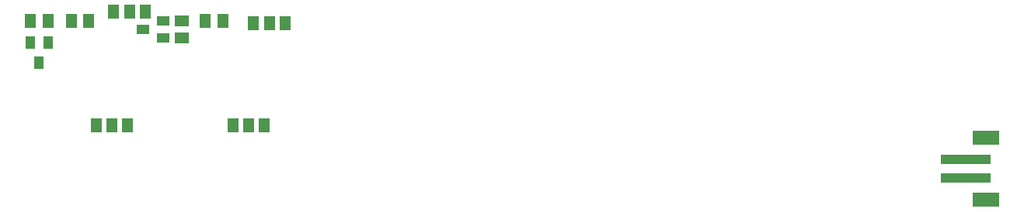
<source format=gbr>
G04 EAGLE Gerber RS-274X export*
G75*
%MOMM*%
%FSLAX34Y34*%
%LPD*%
%AMOC8*
5,1,8,0,0,1.08239X$1,22.5*%
G01*
%ADD10R,5.500000X1.000000*%
%ADD11R,3.000000X1.600000*%
%ADD12R,1.300000X1.500000*%
%ADD13R,1.400000X1.000000*%
%ADD14R,1.500000X1.300000*%
%ADD15R,1.000000X1.400000*%


D10*
X1038225Y321150D03*
X1038225Y301150D03*
D11*
X1060225Y345150D03*
X1060225Y277150D03*
D12*
X240175Y358775D03*
X257175Y358775D03*
X274175Y358775D03*
X90950Y358775D03*
X107950Y358775D03*
X124950Y358775D03*
X262400Y469900D03*
X279400Y469900D03*
X296400Y469900D03*
X110000Y482600D03*
X127000Y482600D03*
X144000Y482600D03*
D13*
X141400Y463550D03*
X163400Y454050D03*
X163400Y473050D03*
D12*
X228575Y473075D03*
X209575Y473075D03*
D14*
X184150Y473050D03*
X184150Y454050D03*
D15*
X28575Y427150D03*
X38075Y449150D03*
X19075Y449150D03*
D12*
X82525Y473075D03*
X63525Y473075D03*
X19075Y473075D03*
X38075Y473075D03*
M02*

</source>
